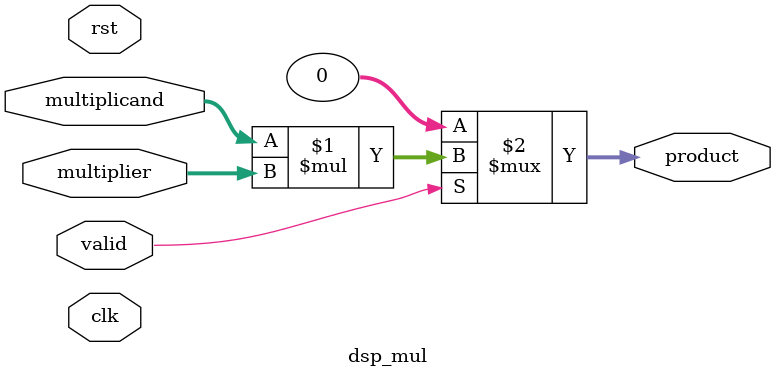
<source format=v>
module dsp_mul  #(
    parameter   WIDTH_a     =   16,
    parameter   WIDTH_b     =   16
)(
    input   clk,
    input   rst,
    input   valid,
    input   wire  [WIDTH_a-1:0]    multiplicand,
    input   wire  [WIDTH_b-1:0]    multiplier,
    output  wire  [WIDTH_a+WIDTH_b-1:0]    product
);

assign product = valid?multiplicand*multiplier:0;



endmodule
</source>
